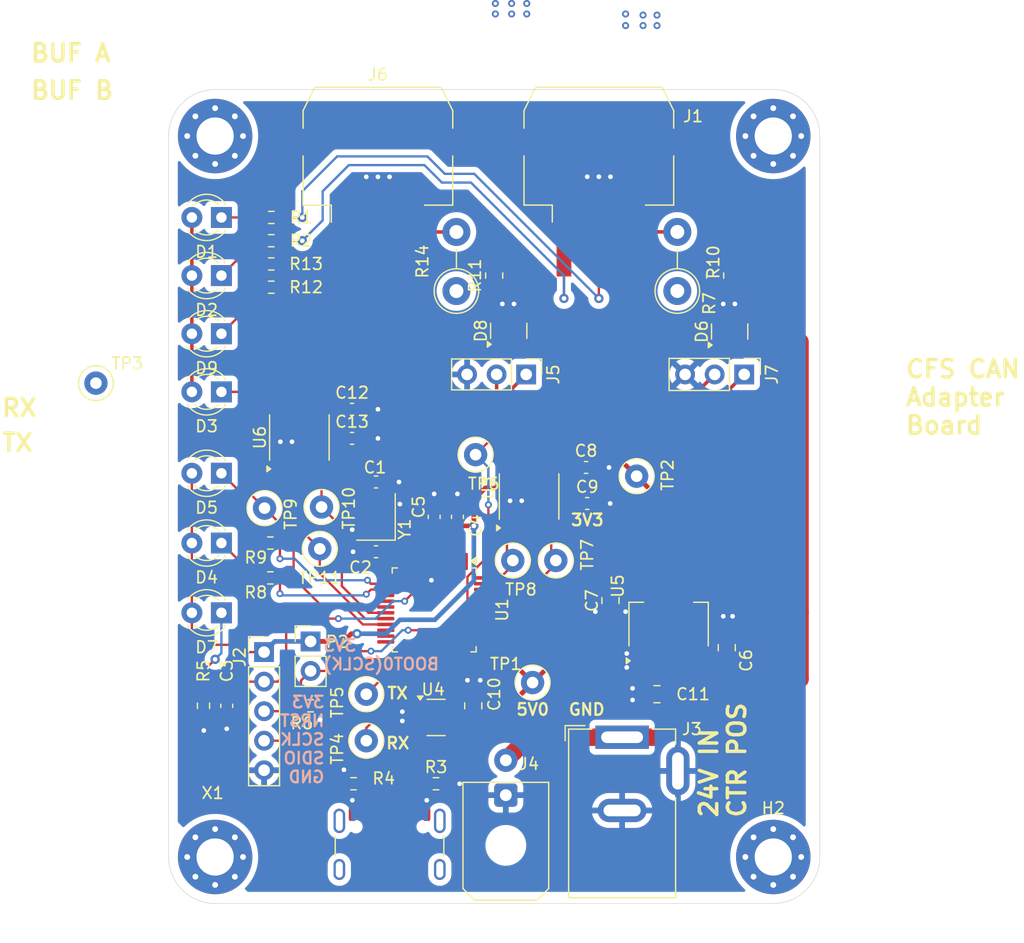
<source format=kicad_pcb>
(kicad_pcb (version 20241229) (generator "pcbnew") (generator_version "9.0")
  (layers (0 "F.Cu" signal) (2 "B.Cu" signal) (13 "F.Paste" user) (15 "B.Paste" user) (5 "F.SilkS" user "F.Silkscreen") (7 "B.SilkS" user "B.Silkscreen") (1 "F.Mask" user) (3 "B.Mask" user) (25 "Edge.Cuts" user))
  (net 0 "")
  (net 1 "Net-(U1F-PF0{slash}OSC_IN)")
  (net 2 "/RS485-A")
  (net 3 "GND")
  (net 4 "+24V")
  (net 5 "/RS485-B")
  (net 6 "Net-(U1F-PF1{slash}OSC_OUT)")
  (net 7 "/MCU/NRST")
  (net 8 "+3V3")
  (net 9 "+5V")
  (net 10 "Net-(D1-K)")
  (net 11 "Net-(D2-K)")
  (net 12 "/MCU/LED_TX")
  (net 13 "/MCU/LED_RX")
  (net 14 "/MCU/SWCLK")
  (net 15 "/MCU/CAN1_TX")
  (net 16 "/MCU/CAN2_RX")
  (net 22 "/MCU/SWDIO")
  (net 27 "/MCU/TX")
  (net 36 "/MCU/CAN1_S")
  (net 37 "/USB_P")
  (net 38 "/MCU/CAN2_S")
  (net 39 "/USB_N")
  (net 40 "/MCU/CAN2_TX")
  (net 41 "/MCU/CAN1_RX")
  (net 43 "/MCU/RX")
  (net 53 "Net-(J1-Pin_4)")
  (net 54 "Net-(D4-K)")
  (net 55 "Net-(D5-K)")
  (net 56 "Net-(D7-K)")
  (net 57 "/MCU/USB_{P}")
  (net 58 "/MCU/USB_{N}")
  (net 61 "Net-(X1-CC1)")
  (net 62 "Net-(X1-CC2)")
  (net 63 "Net-(D3-K)")
  (net 64 "Net-(D9-K)")
  (net 65 "Net-(J6-Pin_5)")
  (net 66 "Net-(J6-Pin_4)")
  (net 67 "/RS485-2-A")
  (net 68 "/RS485-2-B")
  (net 69 "Net-(J1-Pin_5)")
  (footprint "TestPoint:TestPoint_Loop_D1.80mm_Drill1.0mm_Beaded" (layer "F.Cu") (at 31.3 -19)
    (property "Reference" "TP1")
    (property "Value" "TP2.0mm")
  )
  (footprint "Connector_Molex:Molex_Micro-Fit_3.0_43045-0200_2x01_P3.00mm_Horizontal" (layer "F.Cu") (at 29 -9.32 180)
    (property "Reference" "J4")
    (property "Value" "Conn_01x02")
  )
  (footprint "Package_SO:SOIC-8_3.9x4.9mm_P1.27mm" (layer "F.Cu") (at 31 -35 90)
    (property "Reference" "U3")
    (property "Value" "TJA1051T3")
  )
  (footprint "TestPoint:TestPoint_Loop_D1.80mm_Drill1.0mm_Beaded" (layer "F.Cu") (at 40.25 -36.75)
    (property "Reference" "TP2")
    (property "Value" "TP2.0mm")
  )
  (footprint "Connector_BarrelJack:BarrelJack_GCT_DCJ200-10-A_Horizontal" (layer "F.Cu") (at 39 -14.3)
    (property "Reference" "J3")
    (property "Value" "Barrel_Jack_Switch_MountingPin")
  )
  (footprint "LED_THT:LED_D3.0mm" (layer "F.Cu") (at 4.54 -49 180)
    (property "Reference" "D9")
    (property "Value" "LED")
  )
  (footprint "Capacitor_SMD:C_0805_2012Metric" (layer "F.Cu") (at 48 -22 90)
    (property "Reference" "C6")
    (property "Value" "10u_0805_X7R_10%_10V_-40C..125C_Chip-Capacitor")
  )
  (footprint "MountingHole:MountingHole_3.2mm_M3_Pad_Via" (layer "F.Cu") (at 52 -66)
    (property "Reference" "H4" (hide yes))
    (property "Value" "MountingHole")
  )
  (footprint "Resistor_SMD:R_0603_1608Metric" (layer "F.Cu") (at 8.75 -28)
    (property "Reference" "R8")
    (property "Value" "1k_0603_100mW_1%_E24_Chip-Resistor")
  )
  (footprint "Resistor_SMD:R_0603_1608Metric" (layer "F.Cu") (at 15.9 -10.3 180)
    (property "Reference" "R4")
    (property "Value" "5k1_0603_100mW_1%_E24_Chip-Resistor")
  )
  (footprint "Capacitor_SMD:C_0603_1608Metric" (layer "F.Cu") (at 17.8375 -36.25 180)
    (property "Reference" "C1")
    (property "Value" "6p2_0603_C0G_5%_50V_-40C..125C_Chip-Capacitor")
  )
  (footprint "Crystal:Crystal_SMD_3225-4Pin_3.2x2.5mm" (layer "F.Cu") (at 17.8375 -33.25 90)
    (property "Reference" "Y1")
    (property "Value" "830108313809")
  )
  (footprint "Capacitor_SMD:C_0603_1608Metric" (layer "F.Cu") (at 24.8375 -33.25 90)
    (property "Reference" "C4")
    (property "Value" "100n")
  )
  (footprint "Capacitor_SMD:C_0603_1608Metric" (layer "F.Cu") (at 15.775 -42.5)
    (property "Reference" "C12")
    (property "Value" "100n_0603_X7R_10%_50V_-40C..125C_Chip-Capacitor")
  )
  (footprint "TestPoint:TestPoint_Loop_D1.80mm_Drill1.0mm_Beaded" (layer "F.Cu") (at 8.25 -34)
    (property "Reference" "TP9")
    (property "Value" "TestPoint")
  )
  (footprint "Resistor_SMD:R_0603_1608Metric" (layer "F.Cu") (at 12.21 -17)
    (property "Reference" "R6")
    (property "Value" "10k_0603_100mW_1%_E24_Chip-Resistor")
  )
  (footprint "Package_TO_SOT_SMD:SOT-23" (layer "F.Cu") (at 48.25 -49.1875 90)
    (property "Reference" "D6")
    (property "Value" "NUP2105L")
  )
  (footprint "Capacitor_SMD:C_0603_1608Metric" (layer "F.Cu") (at 36 -34.4)
    (property "Reference" "C9")
    (property "Value" "100n_0603_X7R_10%_50V_-40C..125C_Chip-Capacitor")
  )
  (footprint "Connector_Molex:Molex_Micro-Fit_3.0_43045-0610_2x03-1MP_P3.00mm_Horizontal" (layer "F.Cu") (at 37 -57.7)
    (property "Reference" "J1")
    (property "Value" "Conn_02x03_Top_Bottom")
  )
  (footprint "LED_THT:LED_D3.0mm" (layer "F.Cu") (at 4.54 -31 180)
    (property "Reference" "D4")
    (property "Value" "LED")
  )
  (footprint "Capacitor_SMD:C_0603_1608Metric" (layer "F.Cu") (at 22.8375 -33.25 90)
    (property "Reference" "C5")
    (property "Value" "100n")
  )
  (footprint "TestPoint:TestPoint_Loop_D1.80mm_Drill1.0mm_Beaded" (layer "F.Cu") (at 13 -30.5)
    (property "Reference" "TP11")
    (property "Value" "TestPoint")
  )
  (footprint "Resistor_SMD:R_0603_1608Metric" (layer "F.Cu") (at 8.75 -31)
    (property "Reference" "R9")
    (property "Value" "1k_0603_100mW_1%_E24_Chip-Resistor")
  )
  (footprint "Connector_PinHeader_2.54mm:PinHeader_1x03_P2.54mm_Vertical" (layer "F.Cu") (at 49.5 -45.5 -90)
    (property "Reference" "J7")
    (property "Value" "Conn_01x03")
  )
  (footprint "Capacitor_SMD:C_0603_1608Metric" (layer "F.Cu") (at 5 -17 -90)
    (property "Reference" "C3")
    (property "Value" "100n")
  )
  (footprint "Capacitor_SMD:C_0805_2012Metric" (layer "F.Cu") (at 26.2 -17 90)
    (property "Reference" "C10")
    (property "Value" "10u_0805_X7R_10%_10V_-40C..125C_Chip-Capacitor")
  )
  (footprint "Package_TO_SOT_SMD:SC-74-6_1.55x2.9mm_P0.95mm" (layer "F.Cu") (at 23 -16)
    (property "Reference" "U4")
    (property "Value" "IP4234CZ6")
  )
  (footprint "Package_TO_SOT_SMD:SOT-23" (layer "F.Cu") (at 29.25 -49.25 90)
    (property "Reference" "D8")
    (property "Value" "NUP2105L")
  )
  (footprint "Resistor_SMD:R_0603_1608Metric" (layer "F.Cu") (at 8.825 -55)
    (property "Reference" "R13")
    (property "Value" "5k1")
  )
  (footprint "TestPoint:TestPoint_Loop_D1.80mm_Drill1.0mm_Beaded" (layer "F.Cu") (at 26.4 -38.6)
    (property "Reference" "TP6")
    (property "Value" "TestPoint")
  )
  (footprint "MountingHole:MountingHole_3.2mm_M3_Pad_Via" (layer "F.Cu") (at 4 -66)
    (property "Reference" "H3" (hide yes))
    (property "Value" "MountingHole")
  )
  (footprint "Resistor_SMD:R_0603_1608Metric" (layer "F.Cu") (at 8.825 -53)
    (property "Reference" "R12")
    (property "Value" "5k1")
  )
  (footprint "Package_TO_SOT_SMD:SOT-223-3_TabPin2" (layer "F.Cu") (at 43 -24 90)
    (property "Reference" "U5")
    (property "Value" "AMS1117-3.3")
  )
  (footprint "Connector_PinHeader_2.54mm:PinHeader_1x03_P2.54mm_Vertical" (layer "F.Cu") (at 30.75 -45.5 -90)
    (property "Reference" "J5")
    (property "Value" "Conn_01x03")
  )
  (footprint "Capacitor_SMD:C_0603_1608Metric" (layer "F.Cu") (at 15.775 -40)
    (property "Reference" "C13")
    (property "Value" "100n_0603_X7R_10%_50V_-40C..125C_Chip-Capacitor")
  )
  (footprint "Connector_Molex:Molex_Micro-Fit_3.0_43045-0610_2x03-1MP_P3.00mm_Horizontal" (layer "F.Cu") (at 18 -57.695)
    (property "Reference" "J6")
    (property "Value" "Conn_02x03_Top_Bottom")
  )
  (footprint "Capacitor_SMD:C_0805_2012Metric" (layer "F.Cu") (at 42 -18 180)
    (property "Reference" "C11")
    (property "Value" "10u_0805_X7R_10%_10V_-40C..125C_Chip-Capacitor")
  )
  (footprint "Capacitor_SMD:C_0805_2012Metric" (layer "F.Cu") (at 38 -26.05 -90)
    (property "Reference" "C7")
    (property "Value" "10u_0805_X7R_10%_10V_-40C..125C_Chip-Capacitor")
  )
  (footprint "LED_THT:LED_D3.0mm" (layer "F.Cu") (at 4.54 -44 180)
    (property "Reference" "D3")
    (property "Value" "LED")
  )
  (footprint "LED_THT:LED_D3.0mm" (layer "F.Cu") (at 4.54 -59 180)
    (property "Reference" "D1")
    (property "Value" "LED")
  )
  (footprint "TestPoint:TestPoint_Loop_D1.80mm_Drill1.0mm_Beaded" (layer "F.Cu") (at 17 -18 -90)
    (property "Reference" "TP5")
    (property "Value" "TP1.0mm")
  )
  (footprint "TestPoint:TestPoint_Loop_D1.80mm_Drill1.0mm_Beaded" (layer "F.Cu") (at 13.15 -34.1)
    (property "Reference" "TP10")
    (property "Value" "TestPoint")
  )
  (footprint "Resistor_THT:R_Axial_DIN0411_L9.9mm_D3.6mm_P5.08mm_Vertical" (layer "F.Cu") (at 43.75 -52.675 90)
    (property "Reference" "R10")
    (property "Value" "120R_0805_125mW_1%_E24_Chip-Resistor")
  )
  (footprint "Package_QFP:LQFP-48_7x7mm_P0.5mm" (layer "F.Cu") (at 22.8375 -25.25 -90)
    (property "Reference" "U1")
    (property "Value" "STM32G0B1CBT")
  )
  (footprint "Resistor_SMD:R_0805_2012Metric" (layer "F.Cu") (at 28 -54 90)
    (property "Reference" "R11")
    (property "Value" "120R_0805_125mW_1%_E24_Chip-Resistor")
  )
  (footprint "Resistor_SMD:R_0603_1608Metric" (layer "F.Cu") (at 8.825 -57)
    (property "Reference" "R2")
    (property "Value" "5k1")
  )
  (footprint "LED_THT:LED_D3.0mm" (layer "F.Cu") (at 4.54 -54 180)
    (property "Reference" "D2")
    (property "Value" "LED")
  )
  (footprint "Resistor_SMD:R_0805_2012Metric" (layer "F.Cu") (at 47 -54 90)
    (property "Reference" "R7")
    (property "Value" "120R_0805_125mW_1%_E24_Chip-Resistor")
  )
  (footprint "Connector_PinHeader_2.54mm:PinHeader_1x02_P2.54mm_Vertical" (layer "F.Cu") (at 12.21 -22.54)
    (property "Reference" "P2")
    (property "Value" "CONN_01X02")
  )
  (footprint "Resistor_SMD:R_0603_1608Metric" (layer "F.Cu") (at 23 -10.3)
    (property "Reference" "R3")
    (property "Value" "5k1_0603_100mW_1%_E24_Chip-Resistor")
  )
  (footprint "LED_THT:LED_D3.0mm" (layer "F.Cu") (at 4.54 -37 180)
    (property "Reference" "D5")
    (property "Value" "LED")
  )
  (footprint "MountingHole:MountingHole_3.2mm_M3_Pad_Via" (layer "F.Cu") (at 4 -4)
    (property "Reference" "H1" (hide yes))
    (property "Value" "MountingHole")
  )
  (footprint "Resistor_SMD:R_0603_1608Metric" (layer "F.Cu") (at 8.825 -59)
    (property "Reference" "R1")
    (property "Value" "5k1")
  )
  (footprint "TestPoint:TestPoint_Loop_D1.80mm_Drill1.0mm_Beaded" (layer "F.Cu") (at 29.6 -29.5)
    (property "Reference" "TP8")
    (property "Value" "TestPoint")
  )
  (footprint "Resistor_SMD:R_0603_1608Metric" (layer "F.Cu") (at 3 -17 -90)
    (property "Reference" "R5")
    (property "Value" "1k_0603_100mW_1%_E24_Chip-Resistor")
  )
  (footprint "Resistor_THT:R_Axial_DIN0411_L9.9mm_D3.6mm_P5.08mm_Vertical" (layer "F.Cu") (at 24.75 -52.67 90)
    (property "Reference" "R14")
    (property "Value" "120R_0805_125mW_1%_E24_Chip-Resistor")
  )
  (footprint "Connector_PinHeader_2.54mm:PinHeader_1x05_P2.54mm_Vertical" (layer "F.Cu") (at 8.21 -21.62)
    (property "Reference" "J2")
    (property "Value" "Conn_01x05")
  )
  (footprint "TestPoint:TestPoint_Loop_D1.80mm_Drill1.0mm_Beaded" (layer "F.Cu") (at 17 -14 -90)
    (property "Reference" "TP4")
    (property "Value" "TP1.0mm")
  )
  (footprint "TestPoint:TestPoint_Loop_D1.80mm_Drill1.0mm_Beaded" (layer "F.Cu") (at -6.25 -44.75)
    (property "Reference" "TP3")
    (property "Value" "TP2.0mm")
  )
  (footprint "Package_SO:SOIC-8_3.9x4.9mm_P1.27mm" (layer "F.Cu") (at 11.245 -40.075 90)
    (property "Reference" "U6")
    (property "Value" "TJA1051T3")
  )
  (footprint "Capacitor_SMD:C_0603_1608Metric" (layer "F.Cu") (at 35.9 -37.5)
    (property "Reference" "C8")
    (property "Value" "100n_0603_X7R_10%_50V_-40C..125C_Chip-Capacitor")
  )
  (footprint "LED_THT:LED_D3.0mm" (layer "F.Cu") (at 4.54 -25 180)
    (property "Reference" "D7")
    (property "Value" "LED")
  )
  (footprint "TestPoint:TestPoint_Loop_D1.80mm_Drill1.0mm_Beaded" (layer "F.Cu") (at 33.3 -29.5)
    (property "Reference" "TP7")
    (property "Value" "TestPoint")
  )
  (footprint "MountingHole:MountingHole_3.2mm_M3_Pad_Via" (layer "F.Cu") (at 52 -4)
    (property "Reference" "H2")
    (property "Value" "MountingHole")
  )
  (footprint "Capacitor_SMD:C_0603_1608Metric" (layer "F.Cu") (at 17.8375 -30.25)
    (property "Reference" "C2")
    (property "Value" "6p2_0603_C0G_5%_50V_-40C..125C_Chip-Capacitor")
  )
  (footprint "Connector_USB:USB_C_Receptacle_GCT_USB4105-xx-A_16P_TopMnt_Horizontal" (layer "F.Cu") (at 19 -4)
    (property "Reference" "X1")
    (property "Value" "629722000214_pasteInHole")
  )
  (gr_line (start 0 -66) (end 0 -4) (stroke (width 0.05)) (layer "Edge.Cuts"))
  (gr_line (start 4 0) (end 52 0) (stroke (width 0.05)) (layer "Edge.Cuts"))
  (gr_arc (start 4 0) (mid 1.171573 -1.171573) (end 0 -4) (stroke (width 0.05)) (layer "Edge.Cuts"))
  (gr_arc (start 56 -4) (mid 54.828427 -1.171573) (end 52 0) (stroke (width 0.05)) (layer "Edge.Cuts"))
  (gr_arc (start 0 -66) (mid 1.171573 -68.828427) (end 4 -70) (stroke (width 0.05)) (layer "Edge.Cuts"))
  (gr_line (start 56 -4) (end 56 -66) (stroke (width 0.05)) (layer "Edge.Cuts"))
  (gr_line (start 52 -70) (end 4 -70) (stroke (width 0.05)) (layer "Edge.Cuts"))
  (gr_arc (start 52 -70) (mid 54.828427 -68.828427) (end 56 -66) (stroke (width 0.05)) (layer "Edge.Cuts"))
  (gr_text "RX" (at -14.5 -41.75 0) (layer "F.SilkS") (effects (font (size 1.5 1.5) (thickness 0.3) (bold yes)) (justify left bottom)))
  (gr_text "TX" (at 18.7 -17.5 0) (layer "F.SilkS") (effects (font (size 1 1) (thickness 0.2) (bold yes)) (justify left bottom)))
  (gr_text "BUF B" (at -12 -69.05 0) (layer "F.SilkS") (effects (font (size 1.5 1.5) (thickness 0.3) (bold yes)) (justify left bottom)))
  (gr_text "RX	" (at 18.6 -13.2 0) (layer "F.SilkS") (effects (font (size 1 1) (thickness 0.2) (bold yes)) (justify left bottom)))
  (gr_text "GND" (at 34.3 -16.1 0) (layer "F.SilkS") (effects (font (size 1 1) (thickness 0.2) (bold yes)) (justify left bottom)))
  (gr_text "5V0" (at 29.8 -16.1 0) (layer "F.SilkS") (effects (font (size 1 1) (thickness 0.2) (bold yes)) (justify left bottom)))
  (gr_text "CFS CAN\nAdapter\nBoard" (at 63.25 -40.25 0) (layer "F.SilkS") (effects (font (size 1.5 1.5) (thickness 0.3) (bold yes)) (justify left bottom)))
  (gr_text "3V3" (at 34.5 -32.4 0) (layer "F.SilkS") (effects (font (size 1 1) (thickness 0.2) (bold yes)) (justify left bottom)))
  (gr_text "BUF A" (at -12 -72.25 0) (layer "F.SilkS") (effects (font (size 1.5 1.5) (thickness 0.3) (bold yes)) (justify left bottom)))
  (gr_text "TX" (at -14.5 -38.75 0) (layer "F.SilkS") (effects (font (size 1.5 1.5) (thickness 0.3) (bold yes)) (justify left bottom)))
  (gr_text "24V IN\nCTR POS" (at 49.75 -7.25 90) (layer "F.SilkS") (effects (font (size 1.5 1.5) (thickness 0.3) (bold yes)) (justify left bottom)))
  (gr_text "3V3\nNRST\nSCLK\nSDIO\nGND" (at 13.51 -10.3 0) (layer "B.SilkS") (effects (font (size 1 1) (thickness 0.2) (bold yes)) (justify left bottom mirror)))
  (gr_text "3V3\nBOOT0(SCLK)" (at 13.2 -20 0) (layer "B.SilkS") (effects (font (size 1 1) (thickness 0.2) (bold yes)) (justify right bottom mirror)))
  (segment (start 16.9875 -34.35) (end 17.0625 -34.425) (width 0.2) (layer "F.Cu") (net 1))
  (segment (start 16.9875 -34.35) (end 16.9875 -34.148) (width 0.2) (layer "F.Cu") (net 1))
  (segment (start 17.0625 -34.425) (end 17.0625 -36.25) (width 0.2) (layer "F.Cu") (net 1))
  (segment (start 17.8355 -33.3) (end 19.9 -33.3) (width 0.2) (layer "F.Cu") (net 1))
  (segment (start 22.0875 -31.1125) (end 22.0875 -29.4125) (width 0.2) (layer "F.Cu") (net 1))
  (segment (start 16.9875 -34.148) (end 17.8355 -33.3) (width 0.2) (layer "F.Cu") (net 1))
  (segment (start 19.9 -33.3) (end 22.0875 -31.1125) (width 0.2) (layer "F.Cu") (net 1))
  (segment (start 30.365 -37.475) (end 30.365 -40.365) (width 0.3) (layer "F.Cu") (net 2))
  (segment (start 43.96 -42.5) (end 46.96 -45.5) (width 0.3) (layer "F.Cu") (net 2))
  (segment (start 32.5 -42.5) (end 43.96 -42.5) (width 0.3) (layer "F.Cu") (net 2))
  (segment (start 30.365 -40.365) (end 32.5 -42.5) (width 0.3) (layer "F.Cu") (net 2))
  (segment (start 23.825 -10.3) (end 25.025 -10.3) (width 0.2) (layer "F.Cu") (net 3))
  (segment (start 5 -16.225) (end 5 -15.025) (width 0.2) (layer "F.Cu") (net 3))
  (segment (start 10.61 -39.71) (end 9.61 -39.71) (width 0.4) (layer "F.Cu") (net 3))
  (segment (start 40.7 -20.85) (end 39.4 -20.3) (width 0.3) (layer "F.Cu") (net 3))
  (segment (start 15.8 -7.68) (end 15.8 -8.88) (width 0.2) (layer "F.Cu") (net 3))
  (segment (start 48 -22.95) (end 48.5 -24.7) (width 0.3) (layer "F.Cu") (net 3))
  (segment (start 22.2 -7.68) (end 22.2 -8.88) (width 0.2) (layer "F.Cu") (net 3))
  (segment (start 37 -60.015) (end 36 -62.5) (width 0.4) (layer "F.Cu") (net 3))
  (segment (start 47.7 -51.5625) (end 48.25 -50.1875) (width 0.4) (layer "F.Cu") (net 3))
  (segment (start 38 -25.1) (end 39.3 -25.1) (width 0.2) (layer "F.Cu") (net 3))
  (segment (start 36.775 -34.4) (end 37.975 -34.4) (width 0.4) (layer "F.Cu") (net 3))
  (segment (start 38 -25.1) (end 36.7 -25.1) (width 0.2) (layer "F.Cu") (net 3))
  (segment (start 30.365 -34.635) (end 29.365 -34.635) (width 0.4) (layer "F.Cu") (net 3))
  (segment (start 13.035 -15.8) (end 13.035 -15.725) (width 0.2) (layer "F.Cu") (net 3))
  (segment (start 15.075 -10.3) (end 15.075 -11.5) (width 0.2) (layer "F.Cu") (net 3))
  (segment (start 18 -60.01) (end 18 -62.495) (width 0.4) (layer "F.Cu") (net 3))
  (segment (start 21.85 -16) (end 20.1 -15.7) (width 0.3) (layer "F.Cu") (net 3))
  (segment (start 30.365 -32.525) (end 30.365 -34.635) (width 0.4) (layer "F.Cu") (net 3))
  (segment (start 21.85 -16) (end 20.1 -16.5) (width 0.3) (layer "F.Cu") (net 3))
  (segment (start 37 -60.015) (end 37 -62.5) (width 0.4) (layer "F.Cu") (net 3))
  (segment (start 18.6125 -36.25) (end 19.8125 -36.25) (width 0.2) (layer "F.Cu") (net 3))
  (segment (start 13.035 -17) (end 13.035 -15.8) (width 0.2) (layer "F.Cu") (net 3))
  (segment (start 16.9875 -32.15) (end 15.7875 -32.15) (width 0.2) (layer "F.Cu") (net 3))
  (segment (start 48.7 -51.5625) (end 48.25 -50.1875) (width 0.4) (layer "F.Cu") (net 3))
  (segment (start 26.3 -17.9) (end 25.7 -19.2) (width 0.3) (layer "F.Cu") (net 3))
  (segment (start 40.7 -20.85) (end 39.4 -21.5) (width 0.3) (layer "F.Cu") (net 3))
  (segment (start 18 -60.01) (end 17 -62.495) (width 0.4) (layer "F.Cu") (net 3))
  (segment (start 37 -60.015) (end 38 -62.5) (width 0.4) (layer "F.Cu") (net 3))
  (segment (start 29.7 -51.5625) (end 29.25 -50.1875) (width 0.4) (layer "F.Cu") (net 3))
  (segment (start 16.55 -40) (end 18 -40) (width 0.3) (layer "F.Cu") (net 3))
  (segment (start 28.7 -51.5625) (end 29.25 -50.1875) (width 0.4) (layer "F.Cu") (net 3))
  (segment (start 41.05 -18) (end 39.9 -17.5) (width 0.3) (layer "F.Cu") (net 3))
  (segment (start 16.55 -42.5) (end 18 -42.5) (width 0.3) (layer "F.Cu") (net 3))
  (segment (start 10.61 -37.6) (end 10.61 -39.71) (width 0.4) (layer "F.Cu") (net 3))
  (segment (start 41.05 -18) (end 39.9 -18.5) (width 0.3) (layer "F.Cu") (net 3))
  (segment (start 18 -60.01) (end 19 -62.495) (width 0.4) (layer "F.Cu") (net 3))
  (segment (start 22.8375 -34.025) (end 22.8375 -35.225) (width 0.2) (layer "F.Cu") (net 3))
  (segment (start 26.8 -19.2) (end 26.3 -17.9) (width 0.3) (layer "F.Cu") (net 3))
  (segment (start 24.8375 -34.025) (end 24.8375 -35.225) (width 0.2) (layer "F.Cu") (net 3))
  (segment (start 22.5875 -29.4125) (end 22.5875 -27.7875) (width 0.2) (layer "F.Cu") (net 3))
  (segment (start 48 -22.95) (end 47.7 -24.7) (width 0.3) (layer "F.Cu") (net 3))
  (segment (start 3 -16.175) (end 3.025 -14.875) (width 0.2) (layer "F.Cu") (net 3))
  (segment (start 18.6875 -34.35) (end 19.8875 -34.35) (width 0.2) (layer "F.Cu") (net 3))
  (segment (start 17.0625 -30.25) (end 15.8625 -30.25) (width 0.2) (layer "F.Cu") (net 3))
  (segment (start 36.675 -37.5) (end 37.875 -37.5) (width 0.4) (layer "F.Cu") (net 3))
  (via (at 47.7 -24.7) (size 0.8) (drill 0.4) (layers "F.Cu" "B.Cu") (net 3))
  (via (at 22.2 -8.88) (size 0.8) (drill 0.4) (layers "F.Cu" "B.Cu") (net 3))
  (via (at 36 -62.5) (size 0.8) (drill 0.4) (layers "F.Cu" "B.Cu") (net 3))
  (via (at 29.5 -76.5) (size 0.6) (drill 0.3) (layers "F.Cu" "B.Cu") (net 3))
  (via (at 48.7 -51.5625) (size 0.8) (drill 0.4) (layers "F.Cu" "B.Cu") (net 3))
  (via (at 25.025 -10.3) (size 0.8) (drill 0.4) (layers "F.Cu" "B.Cu") (net 3))
  (via (at 5 -15.025) (size 0.8) (drill 0.4) (layers "F.Cu" "B.Cu") (net 3))
  (via (at 15.8625 -30.25) (size 0.8) (drill 0.4) (layers "F.Cu" "B.Cu") (net 3))
  (via (at 30.365 -34.635) (size 0.8) (drill 0.4) (layers "F.Cu" "B.Cu") (net 3))
  (via (at 18 -40) (size 0.8) (drill 0.4) (layers "F.Cu" "B.Cu") (net 3))
  (via (at 39.3 -25.1) (size 0.8) (drill 0.4) (layers "F.Cu" "B.Cu") (net 3))
  (via (at 42 -76.4) (size 0.6) (drill 0.3) (layers "F.Cu" "B.Cu") (net 3))
  (via (at 19.8125 -36.25) (size 0.8) (drill 0.4) (layers "F.Cu" "B.Cu") (net 3))
  (via (at 48.5 -24.7) (size 0.8) (drill 0.4) (layers "F.Cu" "B.Cu") (net 3))
  (via (at 42 -75.5) (size 0.6) (drill 0.3) (layers "F.Cu" "B.Cu") (net 3))
  (via (at 3.025 -14.875) (size 0.8) (drill 0.4) (layers "F.Cu" "B.Cu") (net 3))
  (via (at 37.875 -37.5) (size 0.8) (drill 0.4) (layers "F.Cu" "B.Cu") (net 3))
  (via (at 24.8375 -35.225) (size 0.8) (drill 0.4) (layers "F.Cu" "B.Cu") (net 3))
  (via (at 40.8 -75.5) (size 0.6) (drill 0.3) (layers "F.Cu" "B.Cu") (net 3))
  (via (at 9.61 -39.71) (size 0.8) (drill 0.4) (layers "F.Cu" "B.Cu") (net 3))
  (via (at 26.8 -19.2) (size 0.8) (drill 0.4) (layers "F.Cu" "B.Cu") (net 3))
  (via (at 39.4 -21.5) (size 0.8) (drill 0.4) (layers "F.Cu" "B.Cu") (net 3))
  (via (at 39.3 -76.5) (size 0.6) (drill 0.3) (layers "F.Cu" "B.Cu") (net 3))
  (via (at 10.61 -39.71) (size 0.8) (drill 0.4) (layers "F.Cu" "B.Cu") (net 3))
  (via (at 17 -62.495) (size 0.8) (drill 0.4) (layers "F.Cu" "B.Cu") (net 3))
  (via (at 30.8 -77.4) (size 0.6) (drill 0.3) (layers "F.Cu" "B.Cu") (net 3))
  (via (at 29.5 -77.4) (size 0.6) (drill 0.3) (layers "F.Cu" "B.Cu") (net 3))
  (via (at 18 -42.5) (size 0.8) (drill 0.4) (layers "F.Cu" "B.Cu") (net 3))
  (via (at 20.1 -15.7) (size 0.8) (drill 0.4) (layers "F.Cu" "B.Cu") (net 3))
  (via (at 36.7 -25.1) (size 0.8) (drill 0.4) (layers "F.Cu" "B.Cu") (net 3))
  (via (at 15.075 -11.5) (size 0.8) (drill 0.4) (layers "F.Cu" "B.Cu") (net 3))
  (via (at 39.4 -20.3) (size 0.8) (drill 0.4) (layers "F.Cu" "B.Cu") (net 3))
  (via (at 38 -62.5) (size 0.8) (drill 0.4) (layers "F.Cu" "B.Cu") (net 3))
  (via (at 30.8 -76.5) (size 0.6) (drill 0.3) (layers "F.Cu" "B.Cu") (net 3))
  (via (at 18 -62.495) (size 0.8) (drill 0.4) (layers "F.Cu" "B.Cu") (net 3))
  (via (at 47.7 -51.5625) (size 0.8) (drill 0.4) (layers "F.Cu" "B.Cu") (net 3))
  (via (at 13.035 -15.8) (size 0.8) (drill 0.4) (layers "F.Cu" "B.Cu") (net 3))
  (via (at 25.7 -19.2) (size 0.8) (drill 0.4) (layers "F.Cu" "B.Cu") (net 3))
  (via (at 28.7 -51.5625) (size 0.8) (drill 0.4) (layers "F.Cu" "B.Cu") (net 3))
  (via (at 39.9 -18.5) (size 0.8) (drill 0.4) (layers "F.Cu" "B.Cu") (net 3))
  (via (at 37.975 -34.4) (size 0.8) (drill 0.4) (layers "F.Cu" "B.Cu") (net 3))
  (via (at 15.7875 -32.15) (size 0.8) (drill 0.4) (layers "F.Cu" "B.Cu") (net 3))
  (via (at 28.1 -76.5) (size 0.6) (drill 0.3) (layers "F.Cu" "B.Cu") (net 3))
  (via (at 39.9 -17.5) (size 0.8) (drill 0.4) (layers "F.Cu" "B.Cu") (net 3))
  (via (at 22.8375 -35.225) (size 0.8) (drill 0.4) (layers "F.Cu" "B.Cu") (net 3))
  (via (at 40.8 -76.4) (size 0.6) (drill 0.3) (layers "F.Cu" "B.Cu") (net 3))
  (via (at 37 -62.5) (size 0.8) (drill 0.4) (layers "F.Cu" "B.Cu") (net 3))
  (via (at 19.8875 -34.35) (size 0.8) (drill 0.4) (layers "F.Cu" "B.Cu") (net 3))
  (via (at 19 -62.495) (size 0.8) (drill 0.4) (layers "F.Cu" "B.Cu") (net 3))
  (via (at 39.3 -75.5) (size 0.6) (drill 0.3) (layers "F.Cu" "B.Cu") (net 3))
  (via (at 28.1 -77.4) (size 0.6) (drill 0.3) (layers "F.Cu" "B.Cu") (net 3))
  (via (at 29.7 -51.5625) (size 0.8) (drill 0.4) (layers "F.Cu" "B.Cu") (net 3))
  (via (at 20.1 -16.5) (size 0.8) (drill 0.4) (layers "F.Cu" "B.Cu") (net 3))
  (via (at 22.6 -27.8) (size 0.8) (drill 0.4) (layers "F.Cu" "B.Cu") (net 3))
  (via (at 29.365 -34.635) (size 0.8) (drill 0.4) (layers "F.Cu" "B.Cu") (net 3))
  (via (at 15.8 -8.88) (size 0.8) (drill 0.4) (layers "F.Cu" "B.Cu") (net 3))
  (segment (start 43.25 -15.5) (end 42.05 -14.3) (width 1.5) (layer "F.Cu") (net 4))
  (segment (start 30.98 -14.3) (end 29 -12.32) (width 1.5) (layer "F.Cu") (net 4))
  (segment (start 42.05 -14.3) (end 39 -14.3) (width 1.5) (layer "F.Cu") (net 4))
  (segment (start 54.3 -25) (end 54.3 -19.3) (width 1.5) (layer "F.Cu") (net 4))
  (segment (start 54.3 -19.3) (end 50.5 -15.5) (width 1.5) (layer "F.Cu") (net 4))
  (segment (start 50.5 -15.5) (end 43.25 -15.5) (width 1.5) (layer "F.Cu") (net 4))
  (segment (start 39 -14.3) (end 30.98 -14.3) (width 1.5) (layer "F.Cu") (net 4))
  (segment (start 54.3 -48.3) (end 54.3 -25) (width 1.5) (layer "F.Cu") (net 4))
  (segment (start 34 -59.005) (end 35.25 -57.755) (width 0.3) (layer "F.Cu") (net 5))
  (segment (start 35.25 -57.755) (end 43.75 -57.755) (width 0.3) (layer "F.Cu") (net 5))
  (segment (start 49.5 -45.5) (end 45.5 -41.5) (width 0.3) (layer "F.Cu") (net 5))
  (segment (start 45.5 -41.5) (end 33.5 -41.5) (width 0.3) (layer "F.Cu") (net 5))
  (segment (start 31.635 -39.635) (end 31.635 -37.475) (width 0.3) (layer "F.Cu") (net 5))
  (segment (start 33.5 -41.5) (end 31.635 -39.635) (width 0.3) (layer "F.Cu") (net 5))
  (segment (start 34 -60.015) (end 34 -59.005) (width 0.3) (layer "F.Cu") (net 5))
  (segment (start 18.6125 -30.25) (end 18.6875 -30.325) (width 0.2) (layer "F.Cu") (net 6))
  (segment (start 20.35 -32.15) (end 18.6875 -32.15) (width 0.2) (layer "F.Cu") (net 6))
  (segment (start 21.5875 -29.4125) (end 21.5875 -30.9125) (width 0.2) (layer "F.Cu") (net 6))
  (segment (start 21.5875 -30.9125) (end 20.35 -32.15) (width 0.2) (layer "F.Cu") (net 6))
  (segment (start 18.6875 -30.325) (end 18.6875 -32.15) (width 0.2) (layer "F.Cu") (net 6))
  (segment (start 9.39 -19.08) (end 8.21 -19.08) (width 0.2) (layer "F.Cu") (net 7))
  (segment (start 10.11 -19.8) (end 9.39 -19.08) (width 0.2) (layer "F.Cu") (net 7))
  (segment (start 21.0875 -26.7875) (end 20.3 -26) (width 0.2) (layer "F.Cu") (net 7))
  (segment (start 10.11 -23.5) (end 10.11 -19.8) (width 0.2) (layer "F.Cu") (net 7))
  (segment (start 21.0875 -29.4125) (end 21.0875 -26.7875) (width 0.2) (layer "F.Cu") (net 7))
  (segment (start 11.11 -24.5) (end 10.11 -23.5) (width 0.2) (layer "F.Cu") (net 7))
  (segment (start 5.58 -19.08) (end 5 -18.5) (width 0.2) (layer "F.Cu") (net 7))
  (segment (start 8.21 -19.08) (end 5.58 -19.08) (width 0.2) (layer "F.Cu") (net 7))
  (segment (start 14.81 -24.5) (end 11.11 -24.5) (width 0.2) (layer "F.Cu") (net 7))
  (segment (start 5 -18.5) (end 5 -17.775) (width 0.2) (layer "F.Cu") (net 7))
  (via (at 14.6 -24.5) (size 0.6) (drill 0.3) (layers "F.Cu" "B.Cu") (net 7))
  (via (at 20.3 -26) (size 0.6) (drill 0.3) (layers "F.Cu" "B.Cu") (net 7))
  (segment (start 17.8 -24.5) (end 14.6 -24.5) (width 0.2) (layer "B.Cu") (net 7))
  (segment (start 20.3 -26) (end 19.3 -26) (width 0.2) (layer "B.Cu") (net 7))
  (segment (start 19.3 -26) (end 17.8 -24.5) (width 0.2) (layer "B.Cu") (net 7))
  (segment (start 26.25 -32.475) (end 23.75 -32.475) (width 0.4) (layer "F.Cu") (net 8))
  (segment (start 35.1 -37.475) (end 35.125 -37.5) (width 0.4) (layer "F.Cu") (net 8))
  (segment (start 5.5 -22.25) (end 2.75 -22.25) (width 0.2) (layer "F.Cu") (net 8))
  (segment (start 42.9 -18.05) (end 42.95 -18) (width 0.5) (layer "F.Cu") (net 8))
  (segment (start 12.21 -22.54) (end 13.65 -22.54) (width 0.4) (layer "F.Cu") (net 8))
  (segment (start 37.75 -39.25) (end 40.25 -36.75) (width 0.4) (layer "F.Cu") (net 8))
  (segment (start 2 -31) (end 2 -37) (width 0.2) (layer "F.Cu") (net 8))
  (segment (start 32.905 -38.655) (end 33.5 -39.25) (width 0.4) (layer "F.Cu") (net 8))
  (segment (start 23.0875 -30.8) (end 23.0875 -32.225) (width 0.2) (layer "F.Cu") (net 8))
  (segment (start 23.0875 -32.225) (end 22.8375 -32.475) (width 0.2) (layer "F.Cu") (net 8))
  (segment (start 2 -23) (end 2 -31) (width 0.2) (layer "F.Cu") (net 8))
  (segment (start 24.8375 -32.475) (end 23.5875 -31.225) (width 0.2) (layer "F.Cu") (net 8))
  (segment (start 15.5 -23) (end 15.7 -23.2) (width 0.4) (layer "F.Cu") (net 8))
  (segment (start 23.0875 -29.4125) (end 23.0875 -30.8) (width 0.2) (layer "F.Cu") (net 8))
  (segment (start 39.6 -34.15) (end 39 -34.75) (width 0.4) (layer "F.Cu") (net 8))
  (segment (start 40.25 -36.75) (end 41.5 -35.5) (width 0.4) (layer "F.Cu") (net 8))
  (segment (start 12 -22.54) (end 15.04 -22.54) (width 0.4) (layer "F.Cu") (net 8))
  (segment (start 6.13 -21.62) (end 5.5 -22.25) (width 0.2) (layer "F.Cu") (net 8))
  (segment (start 38 -35.75) (end 27.25 -35.75) (width 0.4) (layer "F.Cu") (net 8))
  (segment (start 26.25 -34.75) (end 26.25 -32.475) (width 0.4) (layer "F.Cu") (net 8))
  (segment (start 24.38125 -32.01875) (end 24.8375 -32.475) (width 0.2) (layer "F.Cu") (net 8))
  (segment (start 39 -34.75) (end 40.25 -33.5) (width 0.4) (layer "F.Cu") (net 8))
  (segment (start 15 -42.5) (end 13.2 -42.5) (width 0.3) (layer "F.Cu") (net 8))
  (segment (start 24.0875 -30.8875) (end 24.0875 -30.5) (width 0.2) (layer "F.Cu") (net 8))
  (segment (start 24.8375 -31.6375) (end 24.0875 -30.8875) (width 0.2) (layer "F.Cu") (net 8))
  (segment (start 22.8375 -32.475) (end 23.75 -32.475) (width 0.4) (layer "F.Cu") (net 8))
  (segment (start 2.75 -22.25) (end 2 -23) (width 0.2) (layer "F.Cu") (net 8))
  (segment (start 23.5875 -31.225) (end 23.5875 -30.6) (width 0.2) (layer "F.Cu") (net 8))
  (segment (start 24.8375 -32.475) (end 24.8375 -31.6375) (width 0.2) (layer "F.Cu") (net 8))
  (segment (start 8.21 -21.62) (end 6.13 -21.62) (width 0.2) (layer "F.Cu") (net 8))
  (segment (start 13.2 -42.5) (end 13.15 -42.55) (width 0.3) (layer "F.Cu") (net 8))
  (segment (start 32.905 -37.475) (end 32.905 -38.655) (width 0.4) (layer "F.Cu") (net 8))
  (segment (start 23.5875 -29.4125) (end 23.5875 -30.6) (width 0.2) (layer "F.Cu") (net 8))
  (segment (start 39 -34.75) (end 38 -35.75) (width 0.4) (layer "F.Cu") (net 8))
  (segment (start 33.5 -39.25) (end 37.75 -39.25) (width 0.4) (layer "F.Cu") (net 8))
  (segment (start 24.0875 -29.4125) (end 24.0875 -30.5) (width 0.2) (layer "F.Cu") (net 8))
  (segment (start 23.75 -32.475) (end 24.8375 -32.475) (width 0.4) (layer "F.Cu") (net 8))
  (segment (start 15.04 -22.54) (end 15.5 -23) (width 0.4) (layer "F.Cu") (net 8))
  (segment (start 15.7 -23.2) (end 16.2 -23.2) (width 0.4) (layer "F.Cu") (net 8))
  (segment (start 27.25 -35.75) (end 26.25 -34.75) (width 0.4) (layer "F.Cu") (net 8))
  (segment (start 32.905 -37.475) (end 35.1 -37.475) (width 0.4) (layer "F.Cu") (net 8))
  (via (at 26.25 -32.475) (size 0.8) (drill 0.4) (layers "F.Cu" "B.Cu") (net 8))
  (via (at 16.2 -23.2) (size 0.8) (drill 0.4) (layers "F.Cu" "B.Cu") (net 8))
  (segment (start 19.9 -24.4) (end 22.9 -24.4) (width 0.4) (layer "B.Cu") (net 8))
  (segment (start 8.21 -21.62) (end 9.13 -22.54) (width 0.4) (layer "B.Cu") (net 8))
  (segment (start 22.9 -24.4) (end 26.25 -27.75) (width 0.4) (layer "B.Cu") (net 8))
  (segment (start 16.2 -23.2) (end 18.7 -23.2) (width 0.4) (layer "B.Cu") (net 8))
  (segment (start 9.13 -22.54) (end 12.21 -22.54) (width 0.4) (layer "B.Cu") (net 8))
  (segment (start 26.25 -27.75) (end 26.25 -32.475) (width 0.4) (layer "B.Cu") (net 8))
  (segment (start 18.7 -23.2) (end 19.9 -24.4) (width 0.4) (layer "B.Cu") (net 8))
  (segment (start 30.25 -26.35) (end 31.4 -27.5) (width 0.4) (layer "F.Cu") (net 9))
  (segment (start 26.1 -16) (end 24.15 -16) (width 0.4) (layer "F.Cu") (net 9))
  (segment (start 34.2 -33.25) (end 34.2 -34.4) (width 0.4) (layer "F.Cu") (net 9))
  (segment (start 36 -29) (end 36 -31.45) (width 0.4) (layer "F.Cu") (net 9))
  (segment (start 2 -59) (end 2 -44) (width 0.3) (layer "F.Cu") (net 9))
  (segment (start 34.5 -27.5) (end 36 -29) (width 0.4) (layer "F.Cu") (net 9))
  (segment (start 31.3 -19) (end 30.025 -17.725) (width 0.4) (layer "F.Cu") (net 9))
  (segment (start 36 -31.45) (end 34.2 -33.25) (width 0.4) (layer "F.Cu") (net 9))
  (segment (start 30.25 -20.05) (end 30.25 -26.35) (width 0.4) (layer "F.Cu") (net 9))
  (segment (start 17.7 -6.1) (end 17.9 -5.9) (width 0.2) (layer "F.Cu") (net 9))
  (segment (start 20.8 -5.9) (end 21.6 -5.1) (width 0.4) (layer "F.Cu") (net 9))
  (segment (start 17.7 -6.1) (end 16.6 -7.2) (width 0.2) (layer "F.Cu") (net 9))
  (segment (start 28.35 -16.05) (end 27.4 -16.05) (width 0.4) (layer "F.Cu") (net 9))
  (segment (start 27.4 -16.05) (end 26.2 -16.05) (width 0.4) (layer "F.Cu") (net 9))
  (segment (start 26.1 -6.7) (end 26.1 -16) (width 0.4) (layer "F.Cu") (net 9))
  (segment (start 11.88 -39.38) (end 11.88 -37.6) (width 0.3) (layer "F.Cu") (net 9))
  (segment (start 21.6 -5.1) (end 24.5 -5.1) (width 0.4) (layer "F.Cu") (net 9))
  (segment (start 17.9 -5.9) (end 20.8 -5.9) (width 0.2) (layer "F.Cu") (net 9))
  (segment (start 31.4 -27.5) (end 34.5 -27.5) (width 0.4) (layer "F.Cu") (net 9))
  (segment (start 30.025 -17.725) (end 33 -20.7) (width 0.4) (layer "F.Cu") (net 9))
  (segment (start 34.2 -34.4) (end 32.235 -34.4) (width 0.4) (layer "F.Cu") (net 9))
  (segment (start 31.3 -19) (end 30.25 -20.05) (width 0.4) (layer "F.Cu") (net 9))
  (segment (start 21.4 -7.1) (end 21.4 -7.68) (width 0.2) (layer "F.Cu") (net 9))
  (segment (start 31.635 -32.525) (end 31.635 -33.8) (width 0.4) (layer "F.Cu") (net 9))
  (segment (start 16.6 -7.2) (end 16.6 -7.68) (width 0.2) (layer "F.Cu") (net 9))
  (segment (start 15 -40) (end 12.5 -40) (width 0.3) (layer "F.Cu") (net 9))
  (segment (start 28.05 -16.05) (end 27.4 -16.05) (width 0.4) (layer "F.Cu") (net 9))
  (segment (start 12.5 -40) (end 11.88 -39.38) (width 0.3) (layer "F.Cu") (net 9))
  (segment (start 30.025 -17.725) (end 28.35 -16.05) (width 0.4) (layer "F.Cu") (net 9))
  (segment (start 35.225 -34.4) (end 34.2 -34.4) (width 0.4) (layer "F.Cu") (net 9))
  (segment (start 24.5 -5.1) (end 26.1 -6.7) (width 0.4) (layer "F.Cu") (net 9))
  (segment (start 32.235 -34.4) (end 31.635 -33.8) (width 0.4) (layer "F.Cu") (net 9))
  (segment (start 20.8 -6.5) (end 20.8 -5.9) (width 0.2) (layer "F.Cu") (net 9))
  (segment (start 20.8 -6.5) (end 21.4 -7.1) (width 0.2) (layer "F.Cu") (net 9))
  (segment (start 8 -59) (end 4.54 -59) (width 0.2) (layer "F.Cu") (net 10))
  (segment (start 6.04 -55.5) (end 4.54 -54) (width 0.2) (layer "F.Cu") (net 11))
  (segment (start 8 -57) (end 7 -57) (width 0.2) (layer "F.Cu") (net 11))
  (segment (start 6.04 -56.04) (end 6.04 -55.5) (width 0.2) (layer "F.Cu") (net 11))
  (segment (start 7 -57) (end 6.04 -56.04) (width 0.2) (layer "F.Cu") (net 11))
  (segment (start 17 -26.6) (end 17.4 -27) (width 0.2) (layer "F.Cu") (net 12))
  (segment (start 9.575 -28) (end 9.575 -26.65) (width 0.2) (layer "F.Cu") (net 12))
  (segment (start 17.4 -27) (end 18.675 -27) (width 0.2) (layer "F.Cu") (net 12))
  (via (at 9.575 -26.65) (size 0.6) (drill 0.3) (layers "F.Cu" "B.Cu") (net 12))
  (via (at 17 -26.6) (size 0.6) (drill 0.3) (layers "F.Cu" "B.Cu") (net 12))
  (segment (start 16.9 -26.5) (end 9.725 -26.5) (width 0.2) (layer "B.Cu") (net 12))
  (segment (start 9.725 -26.5) (end 9.575 -26.65) (width 0.2) (layer "B.Cu") (net 12))
  (segment (start 17 -26.6) (end 16.9 -26.5) (width 0.2) (layer "B.Cu") (net 12))
  (segment (start 18.675 -27.5) (end 17.4 -27.5) (width 0.2) (layer "F.Cu") (net 13))
  (segment (start 17.4 -27.5) (end 17.1 -27.8) (width 0.2) (layer "F.Cu") (net 13))
  (segment (start 18.675 -27.5) (end 17.375 -27.5) (width 0.2) (layer "F.Cu") (net 13))
  (segment (start 9.575 -31) (end 9.575 -29.65) (width 0.2) (layer "F.Cu") (net 13))
  (via (at 17.1 -27.8) (size 0.6) (drill 0.3) (layers "F.Cu" "B.Cu") (net 13))
  (via (at 9.575 -29.65) (size 0.6) (drill 0.3) (layers "F.Cu" "B.Cu") (net 13))
  (segment (start 9.575 -29.65) (end 10.85 -29.65) (width 0.2) (layer "B.Cu") (net 13))
  (segment (start 10.85 -29.65) (end 12.7 -27.8) (width 0.2) (layer "B.Cu") (net 13))
  (segment (start 12.7 -27.8) (end 17.1 -27.8) (width 0.2) (layer "B.Cu") (net 13))
  (segment (start 16 -21.7) (end 14.3 -20) (width 0.2) (layer "F.Cu") (net 14))
  (segment (start 20.6 -23.5) (end 20.5 -23.5) (width 0.2) (layer "F.Cu") (net 14))
  (segment (start 25.5875 -21.0875) (end 25.5875 -22.4125) (width 0.2) (layer "F.Cu") (net 14))
  (segment (start 24.9 -23.1) (end 24.5 -23.5) (width 0.2) (layer "F.Cu") (net 14))
  (segment (start 17.4 -21.7) (end 16 -21.7) (width 0.2) (layer "F.Cu") (net 14))
  (segment (start 11.385 -17) (end 11.385 -19.175) (width 0.2) (layer "F.Cu") (net 14))
  (segment (start 25.5875 -22.4125) (end 24.9 -23.1) (width 0.2) (layer "F.Cu") (net 14))
  (segment (start 8.21 -16.54) (end 10.925 -16.54) (width 0.2) (layer "F.Cu") (net 14))
  (segment (start 11.385 -19.175) (end 12.21 -20) (width 0.2) (layer "F.Cu") (net 14))
  (segment (start 24.5 -23.5) (end 20.6 -23.5) (width 0.2) (layer "F.Cu") (net 14))
  (segment (start 10.925 -16.54) (end 11.385 -17) (width 0.2) (layer "F.Cu") (net 14))
  (segment (start 14.51 -20) (end 12.21 -20) (width 0.2) (layer "F.Cu") (net 14))
  (via (at 20.6 -23.5) (size 0.6) (drill 0.3) (layers "F.Cu" "B.Cu") (net 14))
  (via (at 17.4 -21.7) (size 0.6) (drill 0.3) (layers "F.Cu" "B.Cu") (net 14))
  (segment (start 20.1 -23.5) (end 18.7 -22.1) (width 0.2) (layer "B.Cu") (net 14))
  (segment (start 18.3 -21.7) (end 17.4 -21.7) (width 0.2) (layer "B.Cu") (net 14))
  (segment (start 20.6 -23.5) (end 20.1 -23.5) (width 0.2) (layer "B.Cu") (net 14))
  (segment (start 18.7 -22.1) (end 18.3 -21.7) (width 0.2) (layer "B.Cu") (net 14))
  (segment (start 28.3 -27.8) (end 28.3 -23.9) (width 0.2) (layer "F.Cu") (net 15))
  (segment (start 29.095 -32.525) (end 29.095 -28.595) (width 0.2) (layer "F.Cu") (net 15))
  (segment (start 29.095 -28.595) (end 28.3 -27.8) (width 0.2) (layer "F.Cu") (net 15))
  (segment (start 28.3 -23.9) (end 27.9 -23.5) (width 0.2) (layer "F.Cu") (net 15))
  (segment (start 27.9 -23.5) (end 27 -23.5) (width 0.2) (layer "F.Cu") (net 15))
  (segment (start 14.9 -32.35) (end 14.9 -27.3) (width 0.2) (layer "F.Cu") (net 16))
  (segment (start 14.9 -27.3) (end 17.2 -25) (width 0.2) (layer "F.Cu") (net 16))
  (segment (start 17.2 -25) (end 18.675 -25) (width 0.2) (layer "F.Cu") (net 16))
  (segment (start 13.15 -34.1) (end 14.9 -32.35) (width 0.2) (layer "F.Cu") (net 16))
  (segment (start 13.15 -37.6) (end 13.15 -34.1) (width 0.2) (layer "F.Cu") (net 16))
  (segment (start 13.31 -14) (end 14.81 -15.5) (width 0.2) (layer "F.Cu") (net 22))
  (segment (start 8.21 -14) (end 11.71 -14) (width 0.2) (layer "F.Cu") (net 22))
  (segment (start 24.8 -22.4) (end 24.6 -22.6) (width 0.2) (layer "F.Cu") (net 22))
  (segment (start 25.0875 -21.0875) (end 25.0875 -22.1125) (width 0.2) (layer "F.Cu") (net 22))
  (segment (start 20.3 -22.6) (end 18.7 -21) (width 0.2) (layer "F.Cu") (net 22))
  (segment (start 18.7 -21) (end 18.1 -21) (width 0.2) (layer "F.Cu") (net 22))
  (segment (start 20.6 -22.6) (end 20.3 -22.6) (width 0.2) (layer "F.Cu") (net 22))
  (segment (start 18.1 -21) (end 17.4 -21) (width 0.2) (layer "F.Cu") (net 22))
  (segment (start 14.81 -15.5) (end 14.81 -18.8) (width 0.2) (layer "F.Cu") (net 22))
  (segment (start 24.6 -22.6) (end 20.6 -22.6) (width 0.2) (layer "F.Cu") (net 22))
  (segment (start 11.71 -14) (end 13.31 -14) (width 0.2) (layer "F.Cu") (net 22))
  (segment (start 16.8 -21) (end 17.4 -21) (width 0.2) (layer "F.Cu") (net 22))
  (segment (start 14.6 -18.8) (end 16.8 -21) (width 0.2) (layer "F.Cu") (net 22))
  (segment (start 25.0875 -22.1125) (end 24.8 -22.4) (width 0.2) (layer "F.Cu") (net 22))
  (segment (start 22.0875 -21.0875) (end 22.0875 -20.1875) (width 0.2) (layer "F.Cu") (net 27))
  (segment (start 18.4 -19.4) (end 17 -18) (width 0.2) (layer "F.Cu") (net 27))
  (segment (start 21.3 -19.4) (end 18.4 -19.4) (width 0.2) (layer "F.Cu") (net 27))
  (segment (start 22.0875 -20.1875) (end 21.3 -19.4) (width 0.2) (layer "F.Cu") (net 27))
  (segment (start 28.5 -39.6) (end 28.8 -39.6) (width 0.2) (layer "F.Cu") (net 36))
  (segment (start 29.095 -39.305) (end 29.095 -37.475) (width 0.2) (layer "F.Cu") (net 36))
  (segment (start 25.7 -28.1) (end 27.5 -29.9) (width 0.2) (layer "F.Cu") (net 36))
  (segment (start 25.7 -23) (end 25.7 -28.1) (width 0.2) (layer "F.Cu") (net 36))
  (segment (start 27 -22.5) (end 26.2 -22.5) (width 0.2) (layer "F.Cu") (net 36))
  (segment (start 28.8 -39.6) (end 29.095 -39.305) (width 0.2) (layer "F.Cu") (net 36))
  (segment (start 27.5 -29.9) (end 27.5 -34.29) (width 0.2) (layer "F.Cu") (net 36))
  (segment (start 26.2 -22.5) (end 25.7 -23) (width 0.2) (layer "F.Cu") (net 36))
  (segment (start 26.4 -38.6) (end 27.4 -39.6) (width 0.2) (layer "F.Cu") (net 36))
  (segment (start 27.4 -39.6) (end 28.5 -39.6) (width 0.2) (layer "F.Cu") (net 36))
  (via (at 27.5 -34.29) (size 0.6) (drill 0.3) (layers "F.Cu" "B.Cu") (net 36))
  (segment (start 27.5 -37.5) (end 26.4 -38.6) (width 0.2) (layer "B.Cu") (net 36))
  (segment (start 27.5 -34.29) (end 27.5 -34.9) (width 0.2) (layer "B.Cu") (net 36))
  (segment (start 27.5 -34.9) (end 27.5 -37.465) (width 0.2) (layer "B.Cu") (net 36))
  (segment (start 27.5 -34.9) (end 27.5 -37.5) (width 0.2) (layer "B.Cu") (net 36))
  (segment (start 19.75 -8.7) (end 19.75 -10.15) (width 0.2) (layer "F.Cu") (net 37))
  (segment (start 18.75 -7.68) (end 18.75 -8.45) (width 0.2) (layer "F.Cu") (net 37))
  (segment (start 19.75 -7.68) (end 19.75 -8.7) (width 0.2) (layer "F.Cu") (net 37))
  (segment (start 24.15 -14.55) (end 24.15 -15.05) (width 0.2) (layer "F.Cu") (net 37))
  (segment (start 19 -8.7) (end 19.75 -8.7) (width 0.2) (layer "F.Cu") (net 37))
  (segment (start 19.75 -10.15) (end 24.15 -14.55) (width 0.2) (layer "F.Cu") (net 37))
  (segment (start 18.75 -8.45) (end 19 -8.7) (width 0.2) (layer "F.Cu") (net 37))
  (segment (start 10.75 -31.5) (end 10.75 -28) (width 0.2) (layer "F.Cu") (net 38))
  (segment (start 8.25 -34) (end 10.75 -31.5) (width 0.2) (layer "F.Cu") (net 38))
  (segment (start 10.75 -28) (end 13.15 -25.6) (width 0.2) (layer "F.Cu") (net 38))
  (segment (start 7 -35.25) (end 8.25 -34) (width 0.2) (layer "F.Cu") (net 38))
  (segment (start 9.34 -42.55) (end 9.34 -41.34) (width 0.2) (layer "F.Cu") (net 38))
  (segment (start 15.1 -25.6) (end 16.7 -24) (width 0.2) (layer "F.Cu") (net 38))
  (segment (start 9.34 -41.34) (end 7 -39) (width 0.2) (layer "F.Cu") (net 38))
  (segment (start 16.7 -24) (end 18.675 -24) (width 0.2) (layer "F.Cu") (net 38))
  (segment (start 7 -39) (end 7 -35.25) (width 0.2) (layer "F.Cu") (net 38))
  (segment (start 13.15 -25.6) (end 15.1 -25.6) (width 0.2) (layer "F.Cu") (net 38))
  (segment (start 18.25 -9.35) (end 18.25 -7.68) (width 0.2) (layer "F.Cu") (net 39))
  (segment (start 19.25 -6.75) (end 19.25 -7.68) (width 0.2) (layer "F.Cu") (net 39))
  (segment (start 21.85 -15.05) (end 21.85 -12.95) (width 0.2) (layer "F.Cu") (net 39))
  (segment (start 18.5 -6.6) (end 19.1 -6.6) (width 0.2) (layer "F.Cu") (net 39))
  (segment (start 18.25 -6.85) (end 18.5 -6.6) (width 0.2) (layer "F.Cu") (net 39))
  (segment (start 18.25 -7.68) (end 18.25 -6.85) (width 0.2) (layer "F.Cu") (net 39))
  (segment (start 21.85 -12.95) (end 18.25 -9.35) (width 0.2) (layer "F.Cu") (net 39))
  (segment (start 19.1 -6.6) (end 19.25 -6.75) (width 0.2) (layer "F.Cu") (net 39))
  (segment (start 13 -28.4) (end 16.9 -24.5) (width 0.2) (layer "F.Cu") (net 40))
  (segment (start 10.75 -34.5) (end 10.75 -32.75) (width 0.2) (layer "F.Cu") (net 40))
  (segment (start 10.75 -32.75) (end 13 -30.5) (width 0.2) (layer "F.Cu") (net 40))
  (segment (start 9.34 -37.6) (end 9.34 -35.91) (width 0.2) (layer "F.Cu") (net 40))
  (segment (start 16.9 -24.5) (end 18.675 -24.5) (width 0.2) (layer "F.Cu") (net 40))
  (segment (start 9.34 -35.91) (end 10.75 -34.5) (width 0.2) (layer "F.Cu") (net 40))
  (segment (start 13 -30.5) (end 13 -28.4) (width 0.2) (layer "F.Cu") (net 40))
  (segment (start 32.905 -32.525) (end 32.905 -28.805) (width 0.2) (layer "F.Cu") (net 41))
  (segment (start 32.3 -28.2) (end 30.9 -28.2) (width 0.2) (layer "F.Cu") (net 41))
  (segment (start 28.1 -23) (end 27 -23) (width 0.2) (layer "F.Cu") (net 41))
  (segment (start 28.8 -26.1) (end 28.8 -23.7) (width 0.2) (layer "F.Cu") (net 41))
  (segment (start 32.905 -28.805) (end 32.3 -28.2) (width 0.2) (layer "F.Cu") (net 41))
  (segment (start 30.9 -28.2) (end 28.8 -26.1) (width 0.2) (layer "F.Cu") (net 41))
  (segment (start 28.8 -23.7) (end 28.1 -23) (width 0.2) (layer "F.Cu") (net 41))
  (segment (start 20.7 -18.8) (end 17 -15.1) (width 0.2) (layer "F.Cu") (net 43))
  (segment (start 23.5875 -21.0875) (end 23.5875 -20.0875) (width 0.2) (layer "F.Cu") (net 43))
  (segment (start 23.5875 -20.0875) (end 22.3 -18.8) (width 0.2) (layer "F.Cu") (net 43))
  (segment (start 17 -15.1) (end 17 -14) (width 0.2) (layer "F.Cu") (net 43))
  (segment (start 22.3 -18.8) (end 20.7 -18.8) (width 0.2) (layer "F.Cu") (net 43))
  (segment (start 34 -55.385) (end 34 -52.035) (width 0.2) (layer "F.Cu") (net 53))
  (segment (start 9.65 -57) (end 11.5 -57) (width 0.2) (layer "F.Cu") (net 53))
  (via (at 11.5 -57) (size 0.8) (drill 0.4) (layers "F.Cu" "B.Cu") (net 53))
  (via (at 34 -52.035) (size 0.8) (drill 0.4) (layers "F.Cu" "B.Cu") (net 53))
  (segment (start 15.5 -63.5) (end 22 -63.5) (width 0.2) (layer "B.Cu") (net 53))
  (segment (start 34 -54) (end 34 -52.035) (width 0.2) (layer "B.Cu") (net 53))
  (segment (start 13.25 -58.75) (end 13.25 -61.25) (width 0.2) (layer "B.Cu") (net 53))
  (segment (start 22 -63.5) (end 23.5 -62) (width 0.2) (layer "B.Cu") (net 53))
  (segment (start 13.25 -61.25) (end 15.5 -63.5) (width 0.2) (layer "B.Cu") (net 53))
  (segment (start 11.5 -57) (end 13.25 -58.75) (width 0.2) (layer "B.Cu") (net 53))
  (segment (start 23.5 -62) (end 26 -62) (width 0.2) (layer "B.Cu") (net 53))
  (segment (start 26 -62) (end 34 -54) (width 0.2) (layer "B.Cu") (net 53))
  (segment (start 6 -29.54) (end 6 -28.5) (width 0.2) (layer "F.Cu") (net 54))
  (segment (start 6.5 -28) (end 7.925 -28) (width 0.2) (layer "F.Cu") (net 54))
  (segment (start 4.54 -31) (end 6 -29.54) (width 0.2) (layer "F.Cu") (net 54))
  (segment (start 6 -28.5) (end 6.5 -28) (width 0.2) (layer "F.Cu") (net 54))
  (segment (start 4.54 -37) (end 6 -35.54) (width 0.2) (layer "F.Cu") (net 55))
  (segment (start 6 -35.54) (end 6 -32.25) (width 0.2) (layer "F.Cu") (net 55))
  (segment (start 7.25 -31) (end 7.925 -31) (width 0.2) (layer "F.Cu") (net 55))
  (segment (start 6 -32.25) (end 7.25 -31) (width 0.2) (layer "F.Cu") (net 55))
  (segment (start 3 -20) (end 4 -21) (width 0.2) (layer "F.Cu") (net 56))
  (segment (start 3 -17.825) (end 3 -20) (width 0.2) (layer "F.Cu") (net 56))
  (via (at 4 -21) (size 0.8) (drill 0.4) (layers "F.Cu" "B.Cu") (net 56))
  (segment (start 4.54 -21.54) (end 4.54 -25) (width 0.2) (layer "B.Cu") (net 56))
  (segment (start 4 -21) (end 4.54 -21.54) (width 0.2) (layer "B.Cu") (net 56))
  (segment (start 24.15 -16.95) (end 24.15 -18.45) (width 0.2) (layer "F.Cu") (net 57))
  (segment (start 24.15 -18.45) (end 24.5875 -18.8875) (width 0.2) (layer "F.Cu") (net 57))
  (segment (start 24.5875 -18.8875) (end 24.5875 -21.0875) (width 0.2) (layer "F.Cu") (net 57))
  (segment (start 21.85 -17.85) (end 22.1 -18.1) (width 0.2) (layer "F.Cu") (net 58))
  (segment (start 22.1 -18.1) (end 23 -18.1) (width 0.2) (layer "F.Cu") (net 58))
  (segment (start 21.85 -16.95) (end 21.85 -17.85) (width 0.2) (layer "F.Cu") (net 58))
  (segment (start 23 -18.1) (end 24.0875 -19.1875) (width 0.2) (layer "F.Cu") (net 58))
  (segment (start 24.0875 -19.1875) (end 24.0875 -21.0875) (width 0.2) (layer "F.Cu") (net 58))
  (segment (start 17.4 -10.3) (end 17.75 -9.95) (width 0.2) (layer "F.Cu") (net 61))
  (segment (start 16.725 -10.3) (end 17.4 -10.3) (width 0.2) (layer "F.Cu") (net 61))
  (segment (start 17.75 -9.95) (end 17.75 -7.68) (width 0.2) (layer "F.Cu") (net 61))
  (segment (start 20.75 -7.68) (end 20.75 -9.45) (width 0.2) (layer "F.Cu") (net 62))
  (segment (start 20.75 -9.45) (end 21.6 -10.3) (width 0.2) (layer "F.Cu") (net 62))
  (segment (start 21.6 -10.3) (end 22.175 -10.3) (width 0.2) (layer "F.Cu") (net 62))
  (segment (start 8 -46) (end 6 -44) (width 0.2) (layer "F.Cu") (net 63))
  (segment (start 6 -44) (end 4.54 -44) (width 0.2) (layer "F.Cu") (net 63))
  (segment (start 8 -53) (end 8 -46) (width 0.2) (layer "F.Cu") (net 63))
  (segment (start 8 -55) (end 6.5 -53.5) (width 0.2) (layer "F.Cu") (net 64))
  (segment (start 6.5 -50.96) (end 4.54 -49) (width 0.2) (layer "F.Cu") (net 64))
  (segment (start 6.5 -53.5) (end 6.5 -50.96) (width 0.2) (layer "F.Cu") (net 64))
  (segment (start 9.65 -53) (end 16.5 -53) (width 0.2) (layer "F.Cu") (net 65))
  (segment (start 16.5 -53) (end 18 -54.5) (width 0.2) (layer "F.Cu") (net 65))
  (segment (start 18 -54.5) (end 18 -55.38) (width 0.2) (layer "F.Cu") (net 65))
  (segment (start 9.65 -55) (end 14.62 -55) (width 0.2) (layer "F.Cu") (net 66))
  (segment (start 14.62 -55) (end 15 -55.38) (width 0.2) (layer "F.Cu") (net 66))
  (segment (start 23 -43) (end 19.5 -46.5) (width 0.3) (layer "F.Cu") (net 67))
  (segment (start 28.21 -45.5) (end 28.21 -44.105) (width 0.3) (layer "F.Cu") (net 67))
  (segment (start 19.5 -46.5) (end 12 -46.5) (width 0.3) (layer "F.Cu") (net 67))
  (segment (start 28.21 -44.105) (end 27.105 -43) (width 0.3) (layer "F.Cu") (net 67))
  (segment (start 12 -46.5) (end 10.61 -45.11) (width 0.3) (layer "F.Cu") (net 67))
  (segment (start 10.61 -45.11) (end 10.61 -42.55) (width 0.3) (layer "F.Cu") (net 67))
  (segment (start 27.105 -43) (end 23 -43) (width 0.3) (layer "F.Cu") (net 67))
  (segment (start 11.88 -42.55) (end 11.88 -44.38) (width 0.3) (layer "F.Cu") (net 68))
  (segment (start 15 -59) (end 16.25 -57.75) (width 0.3) (layer "F.Cu") (net 68))
  (segment (start 13 -45.5) (end 19 -45.5) (width 0.3) (layer "F.Cu") (net 68))
  (segment (start 16.25 -57.75) (end 24.75 -57.75) (width 0.3) (layer "F.Cu") (net 68))
  (segment (start 27.25 -42) (end 30.75 -45.5) (width 0.3) (layer "F.Cu") (net 68))
  (segment (start 15 -60.01) (end 15 -59) (width 0.3) (layer "F.Cu") (net 68))
  (segment (start 11.88 -44.38) (end 13 -45.5) (width 0.3) (layer "F.Cu") (net 68))
  (segment (start 19 -45.5) (end 22.5 -42) (width 0.3) (layer "F.Cu") (net 68))
  (segment (start 22.5 -42) (end 27.25 -42) (width 0.3) (layer "F.Cu") (net 68))
  (segment (start 9.65 -59) (end 11.5 -59) (width 0.2) (layer "F.Cu") (net 69))
  (segment (start 37 -55.385) (end 37 -52.035) (width 0.2) (layer "F.Cu") (net 69))
  (via (at 37 -52.035) (size 0.8) (drill 0.4) (layers "F.Cu" "B.Cu") (net 69))
  (via (at 11.5 -59) (size 0.8) (drill 0.4) (layers "F.Cu" "B.Cu") (net 69))
  (segment (start 14.5 -64.25) (end 22.25 -64.25) (width 0.2) (layer "B.Cu") (net 69))
  (segment (start 26.285 -62.75) (end 37 -52.035) (width 0.2) (layer "B.Cu") (net 69))
  (segment (start 11.5 -61.25) (end 14.5 -64.25) (width 0.2) (layer "B.Cu") (net 69))
  (segment (start 22.25 -64.25) (end 23.75 -62.75) (width 0.2) (layer "B.Cu") (net 69))
  (segment (start 23.75 -62.75) (end 26.285 -62.75) (width 0.2) (layer "B.Cu") (net 69))
  (segment (start 11.5 -59) (end 11.5 -61.25) (width 0.2) (layer "B.Cu") (net 69))
  (zone (net 3) (net_name "GND") (layer "B.Cu") (connect_pads (clearance 0.5)) (min_thickness 0.25) (fill yes (thermal_gap 0.5) (thermal_bridge_width 0.5))
    (polygon (pts (xy 0.79 -66) (xy 3.79 -69) (xy 51.79 -69) (xy 54.79 -66) (xy 54.79 -5) (xy 50.79 -1) (xy 6.79 -1) (xy 0.79 -7)))
  )
)
</source>
